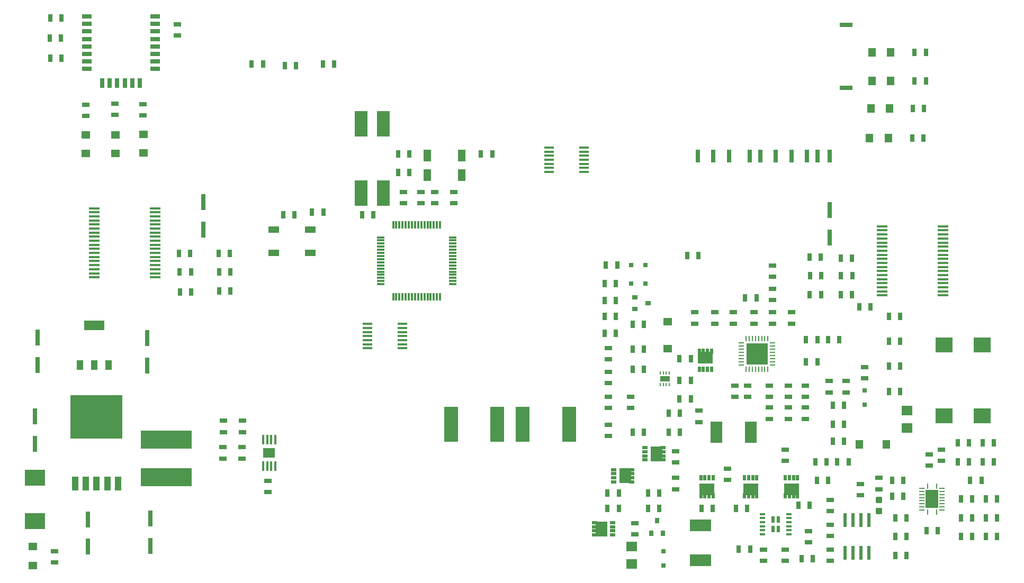
<source format=gtp>
G75*
%MOIN*%
%OFA0B0*%
%FSLAX25Y25*%
%IPPOS*%
%LPD*%
%AMOC8*
5,1,8,0,0,1.08239X$1,22.5*
%
%ADD10R,0.06575X0.01772*%
%ADD11R,0.03150X0.04724*%
%ADD12R,0.01181X0.04724*%
%ADD13R,0.04724X0.01181*%
%ADD14R,0.02559X0.10236*%
%ADD15R,0.05906X0.03150*%
%ADD16R,0.03150X0.05906*%
%ADD17R,0.06299X0.01378*%
%ADD18R,0.04724X0.03150*%
%ADD19R,0.05118X0.07480*%
%ADD20R,0.08071X0.16142*%
%ADD21R,0.07087X0.04331*%
%ADD22R,0.03937X0.05906*%
%ADD23R,0.12992X0.05906*%
%ADD24R,0.04213X0.08504*%
%ADD25R,0.32795X0.27520*%
%ADD26R,0.12992X0.09843*%
%ADD27R,0.32283X0.11811*%
%ADD28R,0.05512X0.04724*%
%ADD29R,0.01102X0.03248*%
%ADD30R,0.03248X0.01102*%
%ADD31R,0.07874X0.11811*%
%ADD32C,0.01181*%
%ADD33R,0.01575X0.06299*%
%ADD34R,0.07441X0.06181*%
%ADD35R,0.13583X0.13583*%
%ADD36R,0.01102X0.03346*%
%ADD37R,0.03346X0.01102*%
%ADD38R,0.06299X0.03543*%
%ADD39R,0.00984X0.01969*%
%ADD40R,0.03150X0.03150*%
%ADD41R,0.01969X0.03268*%
%ADD42R,0.09646X0.07480*%
%ADD43R,0.07283X0.13386*%
%ADD44R,0.05787X0.05000*%
%ADD45R,0.05000X0.05787*%
%ADD46R,0.07087X0.06299*%
%ADD47R,0.03268X0.01969*%
%ADD48R,0.07480X0.09646*%
%ADD49R,0.03543X0.03150*%
%ADD50R,0.03500X0.01654*%
%ADD51R,0.02362X0.04331*%
%ADD52R,0.09055X0.22047*%
%ADD53R,0.13386X0.07283*%
%ADD54R,0.03150X0.03543*%
%ADD55R,0.02400X0.08700*%
%ADD56R,0.11024X0.09449*%
%ADD57R,0.03150X0.07874*%
%ADD58R,0.07874X0.03150*%
%ADD59R,0.04724X0.05512*%
D10*
X0138058Y0279016D03*
X0138058Y0281575D03*
X0138058Y0284134D03*
X0138058Y0286693D03*
X0138058Y0289252D03*
X0138058Y0291811D03*
X0138058Y0294370D03*
X0138058Y0296929D03*
X0138058Y0299488D03*
X0138058Y0302047D03*
X0138058Y0304606D03*
X0138058Y0307165D03*
X0138058Y0309724D03*
X0138058Y0312283D03*
X0138058Y0314843D03*
X0138058Y0317402D03*
X0138058Y0319961D03*
X0138058Y0322520D03*
X0176365Y0322520D03*
X0176365Y0319961D03*
X0176365Y0317402D03*
X0176365Y0314843D03*
X0176365Y0312283D03*
X0176365Y0309724D03*
X0176365Y0307165D03*
X0176365Y0304606D03*
X0176365Y0302047D03*
X0176365Y0299488D03*
X0176365Y0296929D03*
X0176365Y0294370D03*
X0176365Y0291811D03*
X0176365Y0289252D03*
X0176365Y0286693D03*
X0176365Y0284134D03*
X0176365Y0281575D03*
X0176365Y0279016D03*
X0634121Y0277874D03*
X0634121Y0275315D03*
X0634121Y0272756D03*
X0634121Y0270197D03*
X0634121Y0267638D03*
X0634121Y0280433D03*
X0634121Y0282992D03*
X0634121Y0285551D03*
X0634121Y0288110D03*
X0634121Y0290669D03*
X0634121Y0293228D03*
X0634121Y0295787D03*
X0634121Y0298346D03*
X0634121Y0300906D03*
X0634121Y0303465D03*
X0634121Y0306024D03*
X0634121Y0308583D03*
X0634121Y0311142D03*
X0672428Y0311142D03*
X0672428Y0308583D03*
X0672428Y0306024D03*
X0672428Y0303465D03*
X0672428Y0300906D03*
X0672428Y0298346D03*
X0672428Y0295787D03*
X0672428Y0293228D03*
X0672428Y0290669D03*
X0672428Y0288110D03*
X0672428Y0285551D03*
X0672428Y0282992D03*
X0672428Y0280433D03*
X0672428Y0277874D03*
X0672428Y0275315D03*
X0672428Y0272756D03*
X0672428Y0270197D03*
X0672428Y0267638D03*
D11*
X0645538Y0254409D03*
X0638451Y0254409D03*
X0626837Y0260315D03*
X0619751Y0260315D03*
X0615105Y0268228D03*
X0608018Y0268228D03*
X0608255Y0280039D03*
X0615341Y0280039D03*
X0615105Y0290984D03*
X0608018Y0290984D03*
X0595499Y0291772D03*
X0588412Y0291772D03*
X0588648Y0279961D03*
X0595735Y0279961D03*
X0595696Y0268228D03*
X0588609Y0268228D03*
X0554987Y0266220D03*
X0547900Y0266220D03*
X0586286Y0239646D03*
X0593373Y0239646D03*
X0600066Y0239646D03*
X0607152Y0239646D03*
X0593373Y0225866D03*
X0586286Y0225866D03*
X0603018Y0198307D03*
X0610105Y0198307D03*
X0610105Y0186496D03*
X0603018Y0186496D03*
X0603018Y0175669D03*
X0610105Y0175669D03*
X0613058Y0162874D03*
X0605971Y0162874D03*
X0599278Y0162874D03*
X0592192Y0162874D03*
X0593176Y0151063D03*
X0600262Y0151063D03*
X0588451Y0135315D03*
X0581365Y0135315D03*
X0549081Y0133346D03*
X0541995Y0133346D03*
X0527428Y0133346D03*
X0520341Y0133346D03*
X0493963Y0133346D03*
X0486877Y0133346D03*
X0486877Y0143189D03*
X0493963Y0143189D03*
X0468373Y0143189D03*
X0461286Y0143189D03*
X0461286Y0133346D03*
X0468373Y0133346D03*
X0477034Y0181575D03*
X0484121Y0181575D03*
X0499672Y0181575D03*
X0506759Y0181575D03*
X0506759Y0193386D03*
X0499672Y0193386D03*
X0506562Y0202244D03*
X0513648Y0202244D03*
X0513648Y0214055D03*
X0506562Y0214055D03*
X0506562Y0227835D03*
X0513648Y0227835D03*
X0484121Y0233740D03*
X0477034Y0233740D03*
X0477034Y0220945D03*
X0484121Y0220945D03*
X0466404Y0243583D03*
X0459318Y0243583D03*
X0459318Y0254409D03*
X0466404Y0254409D03*
X0466404Y0264252D03*
X0459318Y0264252D03*
X0459318Y0275079D03*
X0466404Y0275079D03*
X0467388Y0286890D03*
X0460302Y0286890D03*
X0477034Y0249488D03*
X0484121Y0249488D03*
X0511483Y0292795D03*
X0518570Y0292795D03*
X0638451Y0238661D03*
X0645538Y0238661D03*
X0645538Y0222913D03*
X0638451Y0222913D03*
X0638451Y0207165D03*
X0645538Y0207165D03*
X0681759Y0174685D03*
X0688845Y0174685D03*
X0697507Y0174685D03*
X0704593Y0174685D03*
X0704593Y0162874D03*
X0697507Y0162874D03*
X0688845Y0162874D03*
X0681759Y0162874D03*
X0689633Y0151063D03*
X0696719Y0151063D03*
X0699475Y0139252D03*
X0706562Y0139252D03*
X0690814Y0139252D03*
X0683727Y0139252D03*
X0683727Y0127441D03*
X0690814Y0127441D03*
X0699475Y0127441D03*
X0706562Y0127441D03*
X0706562Y0115630D03*
X0699475Y0115630D03*
X0690814Y0115630D03*
X0683727Y0115630D03*
X0669160Y0119567D03*
X0662073Y0119567D03*
X0649475Y0115630D03*
X0642388Y0115630D03*
X0642388Y0127441D03*
X0649475Y0127441D03*
X0647507Y0141220D03*
X0640420Y0141220D03*
X0640420Y0151063D03*
X0647507Y0151063D03*
X0649475Y0103819D03*
X0642388Y0103819D03*
X0590420Y0101850D03*
X0583333Y0101850D03*
X0551050Y0107756D03*
X0543963Y0107756D03*
X0313845Y0318386D03*
X0306759Y0318386D03*
X0282349Y0320157D03*
X0275262Y0320157D03*
X0264239Y0318386D03*
X0257152Y0318386D03*
X0223530Y0294213D03*
X0216444Y0294213D03*
X0216680Y0282362D03*
X0223766Y0282362D03*
X0223806Y0270551D03*
X0216719Y0270551D03*
X0199081Y0269724D03*
X0191995Y0269724D03*
X0191955Y0282402D03*
X0199042Y0282402D03*
X0198570Y0294213D03*
X0191483Y0294213D03*
X0329396Y0344961D03*
X0336483Y0344961D03*
X0336483Y0356772D03*
X0329396Y0356772D03*
X0381562Y0356772D03*
X0388648Y0356772D03*
X0289239Y0413268D03*
X0282152Y0413268D03*
X0265223Y0412480D03*
X0258136Y0412480D03*
X0244357Y0413268D03*
X0237270Y0413268D03*
X0117585Y0417205D03*
X0110499Y0417205D03*
X0110105Y0429803D03*
X0117192Y0429803D03*
X0117585Y0442402D03*
X0110499Y0442402D03*
X0653412Y0385315D03*
X0660499Y0385315D03*
X0661680Y0402638D03*
X0654593Y0402638D03*
X0654593Y0420748D03*
X0661680Y0420748D03*
X0660105Y0366811D03*
X0653018Y0366811D03*
D12*
X0355853Y0312087D03*
X0353885Y0312087D03*
X0351916Y0312087D03*
X0349948Y0312087D03*
X0347979Y0312087D03*
X0346010Y0312087D03*
X0344042Y0312087D03*
X0342073Y0312087D03*
X0340105Y0312087D03*
X0338136Y0312087D03*
X0336168Y0312087D03*
X0334199Y0312087D03*
X0332231Y0312087D03*
X0330262Y0312087D03*
X0328294Y0312087D03*
X0326325Y0312087D03*
X0326325Y0266811D03*
X0328294Y0266811D03*
X0330262Y0266811D03*
X0332231Y0266811D03*
X0334199Y0266811D03*
X0336168Y0266811D03*
X0338136Y0266811D03*
X0340105Y0266811D03*
X0342073Y0266811D03*
X0344042Y0266811D03*
X0346010Y0266811D03*
X0347979Y0266811D03*
X0349948Y0266811D03*
X0351916Y0266811D03*
X0353885Y0266811D03*
X0355853Y0266811D03*
D13*
X0363727Y0274685D03*
X0363727Y0276654D03*
X0363727Y0278622D03*
X0363727Y0280591D03*
X0363727Y0282559D03*
X0363727Y0284528D03*
X0363727Y0286496D03*
X0363727Y0288465D03*
X0363727Y0290433D03*
X0363727Y0292402D03*
X0363727Y0294370D03*
X0363727Y0296339D03*
X0363727Y0298307D03*
X0363727Y0300276D03*
X0363727Y0302244D03*
X0363727Y0304213D03*
X0318451Y0304213D03*
X0318451Y0302244D03*
X0318451Y0300276D03*
X0318451Y0298307D03*
X0318451Y0296339D03*
X0318451Y0294370D03*
X0318451Y0292402D03*
X0318451Y0290433D03*
X0318451Y0288465D03*
X0318451Y0286496D03*
X0318451Y0284528D03*
X0318451Y0282559D03*
X0318451Y0280591D03*
X0318451Y0278622D03*
X0318451Y0276654D03*
X0318451Y0274685D03*
D14*
X0206955Y0308937D03*
X0206955Y0326260D03*
X0171522Y0240748D03*
X0171522Y0223425D03*
X0102625Y0223898D03*
X0102625Y0241220D03*
X0100656Y0191535D03*
X0100656Y0174213D03*
X0134121Y0126575D03*
X0134121Y0109252D03*
X0173491Y0109724D03*
X0173491Y0127047D03*
X0601247Y0304016D03*
X0601247Y0321339D03*
D15*
X0176640Y0410315D03*
X0176640Y0415039D03*
X0176640Y0419764D03*
X0176640Y0424488D03*
X0176640Y0429213D03*
X0176640Y0433937D03*
X0176640Y0438661D03*
X0176640Y0443386D03*
X0133333Y0443386D03*
X0133333Y0438661D03*
X0133333Y0433937D03*
X0133333Y0429213D03*
X0133333Y0424488D03*
X0133333Y0419764D03*
X0133333Y0415039D03*
X0133333Y0410315D03*
D16*
X0143176Y0401457D03*
X0147900Y0401457D03*
X0152625Y0401457D03*
X0157349Y0401457D03*
X0162073Y0401457D03*
X0166798Y0401457D03*
D17*
X0310105Y0249685D03*
X0310105Y0247126D03*
X0310105Y0244567D03*
X0310105Y0242008D03*
X0310105Y0239449D03*
X0310105Y0236890D03*
X0310105Y0234331D03*
X0332152Y0234331D03*
X0332152Y0236890D03*
X0332152Y0239449D03*
X0332152Y0242008D03*
X0332152Y0244567D03*
X0332152Y0247126D03*
X0332152Y0249685D03*
X0424475Y0345354D03*
X0424475Y0347913D03*
X0424475Y0350472D03*
X0424475Y0353031D03*
X0424475Y0355591D03*
X0424475Y0358150D03*
X0424475Y0360709D03*
X0446522Y0360709D03*
X0446522Y0358150D03*
X0446522Y0355591D03*
X0446522Y0353031D03*
X0446522Y0350472D03*
X0446522Y0347913D03*
X0446522Y0345354D03*
D18*
X0364436Y0332756D03*
X0364436Y0325669D03*
X0352625Y0325669D03*
X0352625Y0332756D03*
X0343766Y0332756D03*
X0343766Y0325669D03*
X0332940Y0325669D03*
X0332940Y0332756D03*
X0461877Y0234331D03*
X0461877Y0227244D03*
X0461877Y0219567D03*
X0461877Y0212480D03*
X0461877Y0203819D03*
X0461877Y0196732D03*
X0475656Y0196732D03*
X0475656Y0203819D03*
X0461877Y0186102D03*
X0461877Y0179016D03*
X0504199Y0169370D03*
X0504199Y0162283D03*
X0504199Y0152638D03*
X0504199Y0145551D03*
X0536680Y0151457D03*
X0536680Y0158543D03*
X0573097Y0163268D03*
X0573097Y0170354D03*
X0575066Y0189843D03*
X0585892Y0189843D03*
X0585892Y0196929D03*
X0585892Y0203622D03*
X0575066Y0203622D03*
X0575066Y0196929D03*
X0563255Y0196929D03*
X0563255Y0203622D03*
X0563255Y0210709D03*
X0575066Y0210709D03*
X0585892Y0210709D03*
X0600656Y0213661D03*
X0600656Y0206575D03*
X0611483Y0206575D03*
X0611483Y0213661D03*
X0623294Y0215433D03*
X0623294Y0222520D03*
X0577034Y0249882D03*
X0577034Y0256969D03*
X0565223Y0256969D03*
X0565223Y0249882D03*
X0553412Y0249882D03*
X0553412Y0256969D03*
X0540617Y0256969D03*
X0540617Y0249882D03*
X0528806Y0249882D03*
X0528806Y0256969D03*
X0516010Y0256969D03*
X0516010Y0249882D03*
X0565223Y0264646D03*
X0565223Y0271732D03*
X0565223Y0279409D03*
X0565223Y0286496D03*
X0549475Y0210709D03*
X0541601Y0210709D03*
X0541601Y0203622D03*
X0549475Y0203622D03*
X0563255Y0189843D03*
X0518963Y0187874D03*
X0518963Y0194961D03*
X0601640Y0138858D03*
X0601640Y0131772D03*
X0601640Y0123110D03*
X0601640Y0116024D03*
X0601640Y0107362D03*
X0601640Y0100276D03*
X0587861Y0112087D03*
X0587861Y0119173D03*
X0573097Y0107362D03*
X0573097Y0100276D03*
X0559318Y0100276D03*
X0559318Y0107362D03*
X0620341Y0141614D03*
X0620341Y0148701D03*
X0632152Y0145551D03*
X0632152Y0152638D03*
X0663648Y0160315D03*
X0663648Y0167402D03*
X0671522Y0170354D03*
X0671522Y0163268D03*
X0478609Y0124094D03*
X0478609Y0117008D03*
X0247310Y0143583D03*
X0247310Y0150669D03*
X0231168Y0164843D03*
X0231168Y0171929D03*
X0231562Y0181575D03*
X0231562Y0188661D03*
X0219554Y0188661D03*
X0219554Y0181575D03*
X0219160Y0171929D03*
X0219160Y0164843D03*
X0113255Y0106575D03*
X0113255Y0099488D03*
X0132940Y0380591D03*
X0132940Y0387677D03*
X0151050Y0388465D03*
X0151050Y0381378D03*
X0168766Y0380984D03*
X0168766Y0388071D03*
X0190420Y0431378D03*
X0190420Y0438465D03*
D19*
X0347703Y0355787D03*
X0347703Y0343386D03*
X0369357Y0343386D03*
X0369357Y0355787D03*
D20*
X0320144Y0375866D03*
X0306168Y0375866D03*
X0306168Y0332165D03*
X0320144Y0332165D03*
D21*
X0274278Y0308937D03*
X0274278Y0294370D03*
X0251050Y0294370D03*
X0251050Y0308937D03*
D22*
X0147113Y0223898D03*
X0138058Y0223898D03*
X0129003Y0223898D03*
D23*
X0138058Y0248701D03*
D24*
X0139633Y0149094D03*
X0146325Y0149094D03*
X0153018Y0149094D03*
X0132940Y0149094D03*
X0126247Y0149094D03*
D25*
X0139633Y0191122D03*
D26*
X0100656Y0152638D03*
X0100656Y0125472D03*
D27*
X0183333Y0153031D03*
X0183333Y0176654D03*
D28*
X0099475Y0097520D03*
X0099475Y0109331D03*
X0132940Y0356969D03*
X0132940Y0368780D03*
X0151444Y0368780D03*
X0169160Y0369173D03*
X0169160Y0357362D03*
X0151444Y0356969D03*
D29*
X0662664Y0147569D03*
X0668570Y0147569D03*
X0668570Y0130935D03*
X0662664Y0130935D03*
D30*
X0659268Y0132362D03*
X0659268Y0134331D03*
X0659268Y0136299D03*
X0659268Y0138268D03*
X0659268Y0140236D03*
X0659268Y0142205D03*
X0659268Y0144173D03*
X0659268Y0146142D03*
X0671965Y0146142D03*
X0671965Y0144173D03*
X0671965Y0142205D03*
X0671965Y0140236D03*
X0671965Y0138268D03*
X0671965Y0136299D03*
X0671965Y0134331D03*
X0671965Y0132362D03*
D31*
X0665617Y0139252D03*
D32*
X0633530Y0137390D02*
X0630774Y0137390D01*
X0630774Y0140146D01*
X0633530Y0140146D01*
X0633530Y0137390D01*
X0633530Y0138570D02*
X0630774Y0138570D01*
X0630774Y0139750D02*
X0633530Y0139750D01*
X0633530Y0130484D02*
X0630774Y0130484D01*
X0630774Y0133240D01*
X0633530Y0133240D01*
X0633530Y0130484D01*
X0633530Y0131664D02*
X0630774Y0131664D01*
X0630774Y0132844D02*
X0633530Y0132844D01*
D33*
X0252133Y0160118D03*
X0249573Y0160118D03*
X0247014Y0160118D03*
X0244455Y0160118D03*
X0244455Y0176654D03*
X0247014Y0176654D03*
X0249573Y0176654D03*
X0252133Y0176654D03*
D34*
X0248294Y0168386D03*
D35*
X0555381Y0230787D03*
D36*
X0556365Y0221043D03*
X0558333Y0221043D03*
X0560302Y0221043D03*
X0562270Y0221043D03*
X0554396Y0221043D03*
X0552428Y0221043D03*
X0550459Y0221043D03*
X0548491Y0221043D03*
X0548491Y0240531D03*
X0550459Y0240531D03*
X0552428Y0240531D03*
X0554396Y0240531D03*
X0556365Y0240531D03*
X0558333Y0240531D03*
X0560302Y0240531D03*
X0562270Y0240531D03*
D37*
X0565125Y0237677D03*
X0565125Y0235709D03*
X0565125Y0233740D03*
X0565125Y0231772D03*
X0565125Y0229803D03*
X0565125Y0227835D03*
X0565125Y0225866D03*
X0565125Y0223898D03*
X0545636Y0223898D03*
X0545636Y0225866D03*
X0545636Y0227835D03*
X0545636Y0229803D03*
X0545636Y0231772D03*
X0545636Y0233740D03*
X0545636Y0235709D03*
X0545636Y0237677D03*
D38*
X0497310Y0215039D03*
D39*
X0498294Y0211299D03*
X0500262Y0211299D03*
X0496325Y0211299D03*
X0494357Y0211299D03*
X0494357Y0218780D03*
X0496325Y0218780D03*
X0498294Y0218780D03*
X0500262Y0218780D03*
D40*
X0485007Y0275079D03*
X0476148Y0275079D03*
X0476148Y0286890D03*
X0485007Y0286890D03*
X0623294Y0207657D03*
X0623294Y0198799D03*
X0496325Y0106280D03*
X0496325Y0097421D03*
D41*
X0520046Y0141476D03*
X0522605Y0141476D03*
X0525164Y0141476D03*
X0527723Y0141476D03*
X0527723Y0152776D03*
X0525164Y0152776D03*
X0522605Y0152776D03*
X0520046Y0152776D03*
X0547605Y0152776D03*
X0550164Y0152776D03*
X0552723Y0152776D03*
X0555282Y0152776D03*
X0555282Y0141476D03*
X0552723Y0141476D03*
X0550164Y0141476D03*
X0547605Y0141476D03*
X0573196Y0141476D03*
X0575755Y0141476D03*
X0578314Y0141476D03*
X0580873Y0141476D03*
X0580873Y0152776D03*
X0578314Y0152776D03*
X0575755Y0152776D03*
X0573196Y0152776D03*
X0526739Y0221201D03*
X0524180Y0221201D03*
X0521621Y0221201D03*
X0519062Y0221201D03*
X0519062Y0232500D03*
X0521621Y0232500D03*
X0524180Y0232500D03*
X0526739Y0232500D03*
D42*
X0522900Y0228425D03*
X0523885Y0145551D03*
X0551444Y0145551D03*
X0577034Y0145551D03*
D43*
X0551542Y0181575D03*
X0529692Y0181575D03*
D44*
X0499278Y0234134D03*
X0499278Y0251063D03*
D45*
X0619751Y0173701D03*
X0636680Y0173701D03*
D46*
X0649869Y0183937D03*
X0649869Y0194961D03*
X0476640Y0109331D03*
X0476640Y0098307D03*
D47*
X0464573Y0116713D03*
X0464573Y0119272D03*
X0464573Y0121831D03*
X0464573Y0124390D03*
X0453274Y0124390D03*
X0453274Y0121831D03*
X0453274Y0119272D03*
X0453274Y0116713D03*
X0465085Y0150177D03*
X0465085Y0152736D03*
X0465085Y0155295D03*
X0465085Y0157854D03*
X0476385Y0157854D03*
X0476385Y0155295D03*
X0476385Y0152736D03*
X0476385Y0150177D03*
X0484770Y0163957D03*
X0484770Y0166516D03*
X0484770Y0169075D03*
X0484770Y0171634D03*
X0496070Y0171634D03*
X0496070Y0169075D03*
X0496070Y0166516D03*
X0496070Y0163957D03*
D48*
X0491995Y0167795D03*
X0472310Y0154016D03*
X0457349Y0120551D03*
D49*
X0478609Y0259035D03*
X0478609Y0266516D03*
X0486877Y0262776D03*
D50*
X0558924Y0129902D03*
X0558924Y0127343D03*
X0558924Y0124783D03*
X0558924Y0122224D03*
X0558924Y0119665D03*
X0558924Y0117106D03*
X0575459Y0117106D03*
X0575459Y0119665D03*
X0575459Y0122224D03*
X0575459Y0124783D03*
X0575459Y0127343D03*
X0575459Y0129902D03*
D51*
X0568766Y0126457D03*
X0565617Y0126457D03*
X0565617Y0120551D03*
X0568766Y0120551D03*
D52*
X0437073Y0186496D03*
X0407940Y0186496D03*
X0391798Y0186496D03*
X0362664Y0186496D03*
D53*
X0519948Y0122618D03*
X0519948Y0100768D03*
D54*
X0496129Y0117598D03*
X0488648Y0117598D03*
X0492388Y0125866D03*
D55*
X0610873Y0125930D03*
X0615873Y0125930D03*
X0620873Y0125930D03*
X0625873Y0125930D03*
X0625873Y0105330D03*
X0620873Y0105330D03*
X0615873Y0105330D03*
X0610873Y0105330D03*
D56*
X0673097Y0191614D03*
X0697113Y0191614D03*
X0697113Y0236496D03*
X0673097Y0236496D03*
D57*
X0601247Y0355394D03*
X0593373Y0355394D03*
X0586680Y0355394D03*
X0577113Y0355394D03*
X0567270Y0355394D03*
X0557428Y0355394D03*
X0550735Y0355394D03*
X0537743Y0355394D03*
X0527900Y0355394D03*
X0518058Y0355394D03*
D58*
X0611483Y0398504D03*
X0611483Y0438071D03*
D59*
X0627822Y0420748D03*
X0639633Y0420748D03*
X0639633Y0402638D03*
X0627822Y0402638D03*
X0627034Y0385315D03*
X0638845Y0385315D03*
X0638058Y0366811D03*
X0626247Y0366811D03*
M02*

</source>
